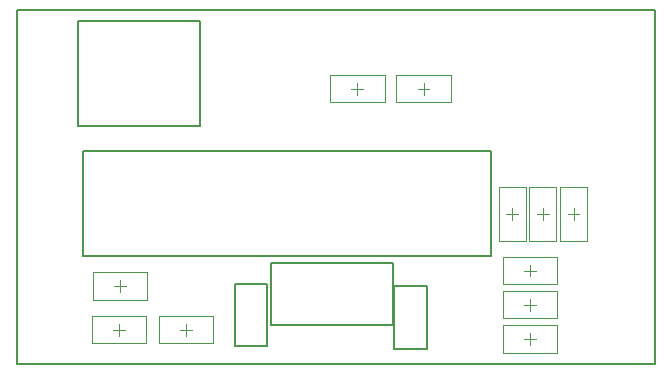
<source format=gbr>
G04 PROTEUS RS274X GERBER FILE*
%FSLAX45Y45*%
%MOMM*%
G01*
%ADD20C,0.203200*%
%ADD73C,0.050000*%
%TD.AperFunction*%
D20*
X-11190000Y+8810000D02*
X-5790000Y+8810000D01*
X-5790000Y+11810000D01*
X-11190000Y+11810000D01*
X-11190000Y+8810000D01*
X-10629660Y+9724500D02*
X-7180340Y+9724500D01*
X-7180340Y+10613500D01*
X-10629660Y+10613500D01*
X-10629660Y+9724500D01*
X-10677160Y+10826500D02*
X-9640840Y+10826500D01*
X-9640840Y+11715500D01*
X-10677160Y+11715500D01*
X-10677160Y+10826500D01*
D73*
X-10550000Y+9355000D02*
X-10090000Y+9355000D01*
X-10090000Y+9585000D01*
X-10550000Y+9585000D01*
X-10550000Y+9355000D01*
X-10320000Y+9520000D02*
X-10320000Y+9420000D01*
X-10270000Y+9470000D02*
X-10370000Y+9470000D01*
X-7080000Y+9195000D02*
X-6620000Y+9195000D01*
X-6620000Y+9425000D01*
X-7080000Y+9425000D01*
X-7080000Y+9195000D01*
X-6850000Y+9360000D02*
X-6850000Y+9260000D01*
X-6800000Y+9310000D02*
X-6900000Y+9310000D01*
D20*
X-9042160Y+9135840D02*
X-8005840Y+9135840D01*
X-8005840Y+9664160D01*
X-9042160Y+9664160D01*
X-9042160Y+9135840D01*
X-7997160Y+8938840D02*
X-7722840Y+8938840D01*
X-7722840Y+9467160D01*
X-7997160Y+9467160D01*
X-7997160Y+8938840D01*
X-9347160Y+8958840D02*
X-9072840Y+8958840D01*
X-9072840Y+9487160D01*
X-9347160Y+9487160D01*
X-9347160Y+8958840D01*
D73*
X-7080000Y+8905000D02*
X-6620000Y+8905000D01*
X-6620000Y+9135000D01*
X-7080000Y+9135000D01*
X-7080000Y+8905000D01*
X-6850000Y+9070000D02*
X-6850000Y+8970000D01*
X-6800000Y+9020000D02*
X-6900000Y+9020000D01*
X-7080000Y+9485000D02*
X-6620000Y+9485000D01*
X-6620000Y+9715000D01*
X-7080000Y+9715000D01*
X-7080000Y+9485000D01*
X-6850000Y+9650000D02*
X-6850000Y+9550000D01*
X-6800000Y+9600000D02*
X-6900000Y+9600000D01*
X-6885000Y+9850000D02*
X-6885000Y+10310000D01*
X-7115000Y+10310000D01*
X-7115000Y+9850000D01*
X-6885000Y+9850000D01*
X-7050000Y+10080000D02*
X-6950000Y+10080000D01*
X-7000000Y+10130000D02*
X-7000000Y+10030000D01*
X-6625000Y+9850000D02*
X-6625000Y+10310000D01*
X-6855000Y+10310000D01*
X-6855000Y+9850000D01*
X-6625000Y+9850000D01*
X-6790000Y+10080000D02*
X-6690000Y+10080000D01*
X-6740000Y+10130000D02*
X-6740000Y+10030000D01*
X-6365000Y+9850000D02*
X-6365000Y+10310000D01*
X-6595000Y+10310000D01*
X-6595000Y+9850000D01*
X-6365000Y+9850000D01*
X-6530000Y+10080000D02*
X-6430000Y+10080000D01*
X-6480000Y+10130000D02*
X-6480000Y+10030000D01*
X-7980000Y+11025000D02*
X-7520000Y+11025000D01*
X-7520000Y+11255000D01*
X-7980000Y+11255000D01*
X-7980000Y+11025000D01*
X-7750000Y+11190000D02*
X-7750000Y+11090000D01*
X-7700000Y+11140000D02*
X-7800000Y+11140000D01*
X-10560000Y+8985000D02*
X-10100000Y+8985000D01*
X-10100000Y+9215000D01*
X-10560000Y+9215000D01*
X-10560000Y+8985000D01*
X-10330000Y+9150000D02*
X-10330000Y+9050000D01*
X-10280000Y+9100000D02*
X-10380000Y+9100000D01*
X-8540000Y+11025000D02*
X-8080000Y+11025000D01*
X-8080000Y+11255000D01*
X-8540000Y+11255000D01*
X-8540000Y+11025000D01*
X-8310000Y+11190000D02*
X-8310000Y+11090000D01*
X-8260000Y+11140000D02*
X-8360000Y+11140000D01*
X-9530000Y+9215000D02*
X-9990000Y+9215000D01*
X-9990000Y+8985000D01*
X-9530000Y+8985000D01*
X-9530000Y+9215000D01*
X-9760000Y+9050000D02*
X-9760000Y+9150000D01*
X-9810000Y+9100000D02*
X-9710000Y+9100000D01*
M02*

</source>
